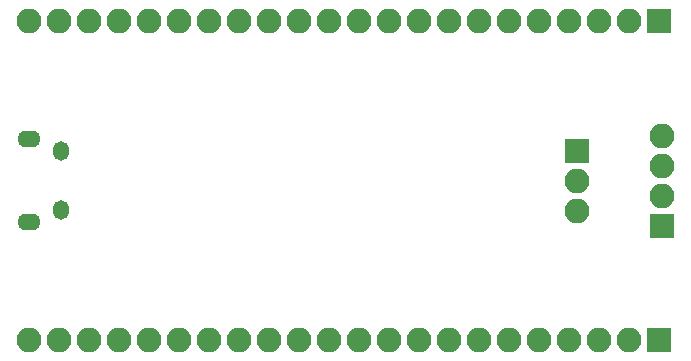
<source format=gbr>
G04 #@! TF.GenerationSoftware,KiCad,Pcbnew,(2017-05-18 revision 2a3a699)-master*
G04 #@! TF.CreationDate,2017-06-17T08:25:41+03:00*
G04 #@! TF.ProjectId,stm32f072c8tx_breakout,73746D333266303732633874785F6272,rev?*
G04 #@! TF.FileFunction,Soldermask,Bot*
G04 #@! TF.FilePolarity,Negative*
%FSLAX46Y46*%
G04 Gerber Fmt 4.6, Leading zero omitted, Abs format (unit mm)*
G04 Created by KiCad (PCBNEW (2017-05-18 revision 2a3a699)-master) date Sat Jun 17 08:25:41 2017*
%MOMM*%
%LPD*%
G01*
G04 APERTURE LIST*
%ADD10C,0.100000*%
%ADD11O,1.950000X1.400000*%
%ADD12O,1.350000X1.650000*%
%ADD13R,2.100000X2.100000*%
%ADD14O,2.100000X2.100000*%
G04 APERTURE END LIST*
D10*
D11*
X99650000Y-118500000D03*
X99650000Y-111500000D03*
D12*
X102350000Y-117500000D03*
X102350000Y-112500000D03*
D13*
X152960000Y-128500000D03*
D14*
X150420000Y-128500000D03*
X147880000Y-128500000D03*
X145340000Y-128500000D03*
X142800000Y-128500000D03*
X140260000Y-128500000D03*
X137720000Y-128500000D03*
X135180000Y-128500000D03*
X132640000Y-128500000D03*
X130100000Y-128500000D03*
X127560000Y-128500000D03*
X125020000Y-128500000D03*
X122480000Y-128500000D03*
X119940000Y-128500000D03*
X117400000Y-128500000D03*
X114860000Y-128500000D03*
X112320000Y-128500000D03*
X109780000Y-128500000D03*
X107240000Y-128500000D03*
X104700000Y-128500000D03*
X102160000Y-128500000D03*
X99620000Y-128500000D03*
X99620000Y-101500000D03*
X102160000Y-101500000D03*
X104700000Y-101500000D03*
X107240000Y-101500000D03*
X109780000Y-101500000D03*
X112320000Y-101500000D03*
X114860000Y-101500000D03*
X117400000Y-101500000D03*
X119940000Y-101500000D03*
X122480000Y-101500000D03*
X125020000Y-101500000D03*
X127560000Y-101500000D03*
X130100000Y-101500000D03*
X132640000Y-101500000D03*
X135180000Y-101500000D03*
X137720000Y-101500000D03*
X140260000Y-101500000D03*
X142800000Y-101500000D03*
X145340000Y-101500000D03*
X147880000Y-101500000D03*
X150420000Y-101500000D03*
D13*
X152960000Y-101500000D03*
D14*
X146000000Y-117540000D03*
X146000000Y-115000000D03*
D13*
X146000000Y-112460000D03*
D14*
X153250000Y-111210000D03*
X153250000Y-113750000D03*
X153250000Y-116290000D03*
D13*
X153250000Y-118830000D03*
M02*

</source>
